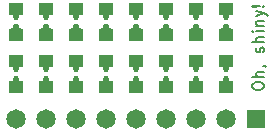
<source format=gts>
G04 #@! TF.FileFunction,Soldermask,Top*
%FSLAX46Y46*%
G04 Gerber Fmt 4.6, Leading zero omitted, Abs format (unit mm)*
G04 Created by KiCad (PCBNEW (2015-09-24 BZR 6212, Git 41e96e0)-product) date Fri 25 Sep 2015 09:42:02 AM CEST*
%MOMM*%
G01*
G04 APERTURE LIST*
%ADD10C,0.150000*%
%ADD11C,0.200000*%
%ADD12R,1.650000X1.650000*%
%ADD13C,1.650000*%
%ADD14R,1.300000X1.000000*%
%ADD15R,0.900000X0.800000*%
%ADD16R,0.600000X0.800000*%
%ADD17R,0.430000X0.280000*%
G04 APERTURE END LIST*
D10*
D11*
X101255581Y-88728133D02*
X101255581Y-88537656D01*
X101303200Y-88442418D01*
X101398438Y-88347180D01*
X101588914Y-88299561D01*
X101922248Y-88299561D01*
X102112724Y-88347180D01*
X102207962Y-88442418D01*
X102255581Y-88537656D01*
X102255581Y-88728133D01*
X102207962Y-88823371D01*
X102112724Y-88918609D01*
X101922248Y-88966228D01*
X101588914Y-88966228D01*
X101398438Y-88918609D01*
X101303200Y-88823371D01*
X101255581Y-88728133D01*
X102255581Y-87870990D02*
X101255581Y-87870990D01*
X102255581Y-87442418D02*
X101731771Y-87442418D01*
X101636533Y-87490037D01*
X101588914Y-87585275D01*
X101588914Y-87728133D01*
X101636533Y-87823371D01*
X101684152Y-87870990D01*
X102207962Y-86918609D02*
X102255581Y-86918609D01*
X102350819Y-86966228D01*
X102398438Y-87013847D01*
X102207962Y-85775752D02*
X102255581Y-85680514D01*
X102255581Y-85490038D01*
X102207962Y-85394799D01*
X102112724Y-85347180D01*
X102065105Y-85347180D01*
X101969867Y-85394799D01*
X101922248Y-85490038D01*
X101922248Y-85632895D01*
X101874629Y-85728133D01*
X101779390Y-85775752D01*
X101731771Y-85775752D01*
X101636533Y-85728133D01*
X101588914Y-85632895D01*
X101588914Y-85490038D01*
X101636533Y-85394799D01*
X102255581Y-84918609D02*
X101255581Y-84918609D01*
X102255581Y-84490037D02*
X101731771Y-84490037D01*
X101636533Y-84537656D01*
X101588914Y-84632894D01*
X101588914Y-84775752D01*
X101636533Y-84870990D01*
X101684152Y-84918609D01*
X102255581Y-84013847D02*
X101588914Y-84013847D01*
X101255581Y-84013847D02*
X101303200Y-84061466D01*
X101350819Y-84013847D01*
X101303200Y-83966228D01*
X101255581Y-84013847D01*
X101350819Y-84013847D01*
X101588914Y-83537657D02*
X102255581Y-83537657D01*
X101684152Y-83537657D02*
X101636533Y-83490038D01*
X101588914Y-83394800D01*
X101588914Y-83251942D01*
X101636533Y-83156704D01*
X101731771Y-83109085D01*
X102255581Y-83109085D01*
X101588914Y-82728133D02*
X102255581Y-82490038D01*
X101588914Y-82251942D02*
X102255581Y-82490038D01*
X102493676Y-82585276D01*
X102541295Y-82632895D01*
X102588914Y-82728133D01*
X102160343Y-81870990D02*
X102207962Y-81823371D01*
X102255581Y-81870990D01*
X102207962Y-81918609D01*
X102160343Y-81870990D01*
X102255581Y-81870990D01*
X101874629Y-81870990D02*
X101303200Y-81918609D01*
X101255581Y-81870990D01*
X101303200Y-81823371D01*
X101874629Y-81870990D01*
X101255581Y-81870990D01*
D12*
X101600000Y-91440000D03*
D13*
X99060000Y-91440000D03*
X96520000Y-91440000D03*
X93980000Y-91440000D03*
X91440000Y-91440000D03*
X88900000Y-91440000D03*
X86360000Y-91440000D03*
X83820000Y-91440000D03*
X81280000Y-91440000D03*
D14*
X96520000Y-86530000D03*
X96520000Y-88730000D03*
D15*
X96520000Y-86730000D03*
X96520000Y-88530000D03*
D16*
X96520000Y-86980000D03*
X96520000Y-88280000D03*
D17*
X96520000Y-87375000D03*
X96520000Y-87885000D03*
D14*
X83820000Y-86530000D03*
X83820000Y-88730000D03*
D15*
X83820000Y-86730000D03*
X83820000Y-88530000D03*
D16*
X83820000Y-86980000D03*
X83820000Y-88280000D03*
D17*
X83820000Y-87375000D03*
X83820000Y-87885000D03*
D14*
X86360000Y-86530000D03*
X86360000Y-88730000D03*
D15*
X86360000Y-86730000D03*
X86360000Y-88530000D03*
D16*
X86360000Y-86980000D03*
X86360000Y-88280000D03*
D17*
X86360000Y-87375000D03*
X86360000Y-87885000D03*
D14*
X88900000Y-86530000D03*
X88900000Y-88730000D03*
D15*
X88900000Y-86730000D03*
X88900000Y-88530000D03*
D16*
X88900000Y-86980000D03*
X88900000Y-88280000D03*
D17*
X88900000Y-87375000D03*
X88900000Y-87885000D03*
D14*
X91440000Y-86530000D03*
X91440000Y-88730000D03*
D15*
X91440000Y-86730000D03*
X91440000Y-88530000D03*
D16*
X91440000Y-86980000D03*
X91440000Y-88280000D03*
D17*
X91440000Y-87375000D03*
X91440000Y-87885000D03*
D14*
X93980000Y-86530000D03*
X93980000Y-88730000D03*
D15*
X93980000Y-86730000D03*
X93980000Y-88530000D03*
D16*
X93980000Y-86980000D03*
X93980000Y-88280000D03*
D17*
X93980000Y-87375000D03*
X93980000Y-87885000D03*
D14*
X99060000Y-86530000D03*
X99060000Y-88730000D03*
D15*
X99060000Y-86730000D03*
X99060000Y-88530000D03*
D16*
X99060000Y-86980000D03*
X99060000Y-88280000D03*
D17*
X99060000Y-87375000D03*
X99060000Y-87885000D03*
D14*
X96520000Y-82085000D03*
X96520000Y-84285000D03*
D15*
X96520000Y-82285000D03*
X96520000Y-84085000D03*
D16*
X96520000Y-82535000D03*
X96520000Y-83835000D03*
D17*
X96520000Y-82930000D03*
X96520000Y-83440000D03*
D14*
X99060000Y-82085000D03*
X99060000Y-84285000D03*
D15*
X99060000Y-82285000D03*
X99060000Y-84085000D03*
D16*
X99060000Y-82535000D03*
X99060000Y-83835000D03*
D17*
X99060000Y-82930000D03*
X99060000Y-83440000D03*
D14*
X81280000Y-86530000D03*
X81280000Y-88730000D03*
D15*
X81280000Y-86730000D03*
X81280000Y-88530000D03*
D16*
X81280000Y-86980000D03*
X81280000Y-88280000D03*
D17*
X81280000Y-87375000D03*
X81280000Y-87885000D03*
D14*
X86360000Y-82085000D03*
X86360000Y-84285000D03*
D15*
X86360000Y-82285000D03*
X86360000Y-84085000D03*
D16*
X86360000Y-82535000D03*
X86360000Y-83835000D03*
D17*
X86360000Y-82930000D03*
X86360000Y-83440000D03*
D14*
X88900000Y-82085000D03*
X88900000Y-84285000D03*
D15*
X88900000Y-82285000D03*
X88900000Y-84085000D03*
D16*
X88900000Y-82535000D03*
X88900000Y-83835000D03*
D17*
X88900000Y-82930000D03*
X88900000Y-83440000D03*
D14*
X81280000Y-82085000D03*
X81280000Y-84285000D03*
D15*
X81280000Y-82285000D03*
X81280000Y-84085000D03*
D16*
X81280000Y-82535000D03*
X81280000Y-83835000D03*
D17*
X81280000Y-82930000D03*
X81280000Y-83440000D03*
D14*
X83820000Y-82085000D03*
X83820000Y-84285000D03*
D15*
X83820000Y-82285000D03*
X83820000Y-84085000D03*
D16*
X83820000Y-82535000D03*
X83820000Y-83835000D03*
D17*
X83820000Y-82930000D03*
X83820000Y-83440000D03*
D14*
X91440000Y-82085000D03*
X91440000Y-84285000D03*
D15*
X91440000Y-82285000D03*
X91440000Y-84085000D03*
D16*
X91440000Y-82535000D03*
X91440000Y-83835000D03*
D17*
X91440000Y-82930000D03*
X91440000Y-83440000D03*
D14*
X93980000Y-82085000D03*
X93980000Y-84285000D03*
D15*
X93980000Y-82285000D03*
X93980000Y-84085000D03*
D16*
X93980000Y-82535000D03*
X93980000Y-83835000D03*
D17*
X93980000Y-82930000D03*
X93980000Y-83440000D03*
M02*

</source>
